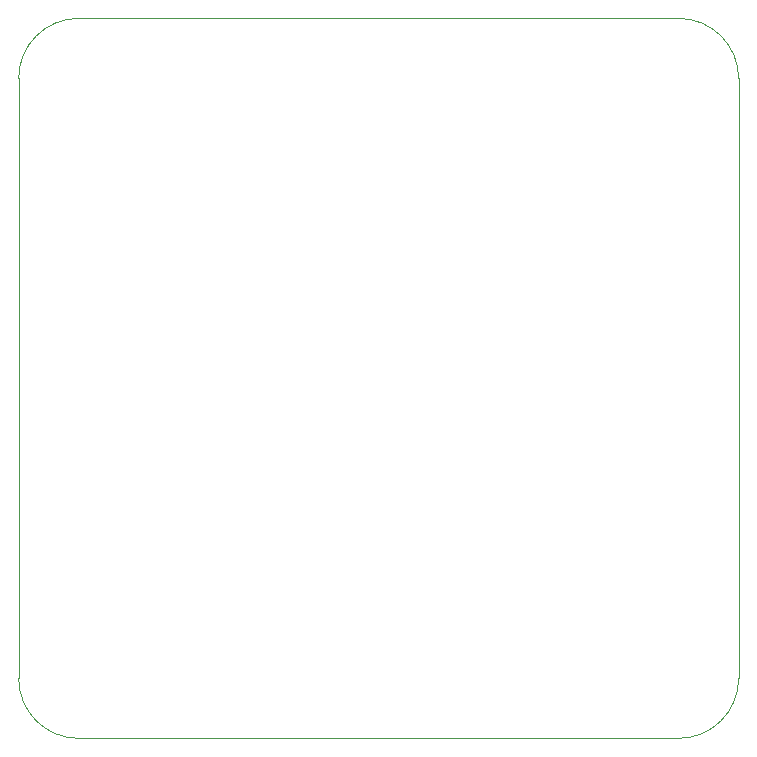
<source format=gbr>
%TF.GenerationSoftware,KiCad,Pcbnew,(6.0.5)*%
%TF.CreationDate,2022-08-08T19:51:32+02:00*%
%TF.ProjectId,Selector State,53656c65-6374-46f7-9220-53746174652e,rev?*%
%TF.SameCoordinates,Original*%
%TF.FileFunction,Profile,NP*%
%FSLAX46Y46*%
G04 Gerber Fmt 4.6, Leading zero omitted, Abs format (unit mm)*
G04 Created by KiCad (PCBNEW (6.0.5)) date 2022-08-08 19:51:32*
%MOMM*%
%LPD*%
G01*
G04 APERTURE LIST*
%TA.AperFunction,Profile*%
%ADD10C,0.100000*%
%TD*%
G04 APERTURE END LIST*
D10*
X142239996Y-41910000D02*
X142240000Y-92710000D01*
X198120000Y-97790000D02*
X147320000Y-97790000D01*
X147319996Y-36829996D02*
G75*
G03*
X142239996Y-41910000I4J-5080004D01*
G01*
X203200000Y-41910000D02*
G75*
G03*
X198120000Y-36830000I-5080000J0D01*
G01*
X203200000Y-92710000D02*
X203200000Y-41910000D01*
X147319996Y-36830000D02*
X198120004Y-36830000D01*
X142240000Y-92710000D02*
G75*
G03*
X147320000Y-97790000I5080000J0D01*
G01*
X198120000Y-97790000D02*
G75*
G03*
X203200000Y-92710000I0J5080000D01*
G01*
M02*

</source>
